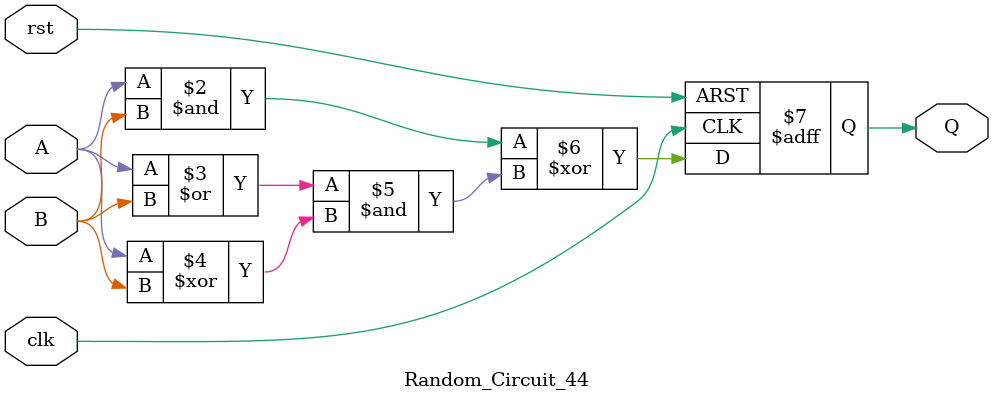
<source format=v>
module Random_Circuit_44 (
    input A, B, clk, rst,
    output reg Q
);
    always @(posedge clk or posedge rst) begin
        if (rst)
            Q <= 0;
        else
            Q <= (A & B) ^ (A | B) & (A ^ B);  // AND, XOR, OR logic
    end
endmodule

</source>
